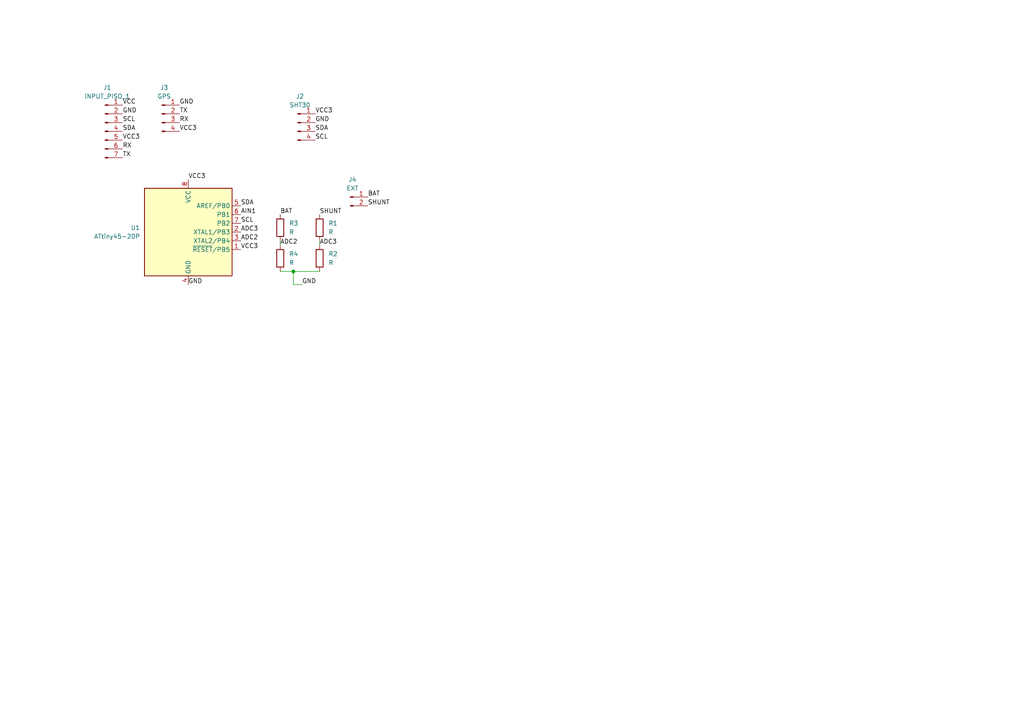
<source format=kicad_sch>
(kicad_sch (version 20230121) (generator eeschema)
  (paper "A4")
  (lib_symbols
    (symbol "Connector:Conn_01x02_Pin" (pin_names (offset 1.016) hide)
      (property "Reference" "J" (at 0 2.54 0))
      (property "Value" "Conn_01x02_Pin" (at 0 -5.08 0))
      (symbol "Conn_01x02_Pin_1_1"
        (polyline (pts (xy 1.27 -2.54) (xy 0.8636 -2.54)) (stroke (width 0.1524)))
        (polyline (pts (xy 1.27 0) (xy 0.8636 0)) (stroke (width 0.1524)))
        (rectangle (start 0.8636 -2.413) (end 0 -2.667) (stroke (width 0.1524)) (fill (type outline)))
        (rectangle (start 0.8636 0.127) (end 0 -0.127) (stroke (width 0.1524)) (fill (type outline)))
        (pin passive line (at 5.08 0 180) (length 3.81) (name "Pin_1") (number "1"))
        (pin passive line (at 5.08 -2.54 180) (length 3.81) (name "Pin_2") (number "2"))
      )
    )
    (symbol "Connector:Conn_01x04_Pin" (pin_names (offset 1.016) hide)
      (property "Reference" "J" (at 0 5.08 0))
      (property "Value" "Conn_01x04_Pin" (at 0 -7.62 0))
      (symbol "Conn_01x04_Pin_1_1"
        (polyline (pts (xy 1.27 -5.08) (xy 0.8636 -5.08)) (stroke (width 0.1524)))
        (polyline (pts (xy 1.27 -2.54) (xy 0.8636 -2.54)) (stroke (width 0.1524)))
        (polyline (pts (xy 1.27 0) (xy 0.8636 0)) (stroke (width 0.1524)))
        (polyline (pts (xy 1.27 2.54) (xy 0.8636 2.54)) (stroke (width 0.1524)))
        (rectangle (start 0.8636 -4.953) (end 0 -5.207) (stroke (width 0.1524)) (fill (type outline)))
        (rectangle (start 0.8636 -2.413) (end 0 -2.667) (stroke (width 0.1524)) (fill (type outline)))
        (rectangle (start 0.8636 0.127) (end 0 -0.127) (stroke (width 0.1524)) (fill (type outline)))
        (rectangle (start 0.8636 2.667) (end 0 2.413) (stroke (width 0.1524)) (fill (type outline)))
        (pin passive line (at 5.08 2.54 180) (length 3.81) (name "Pin_1") (number "1"))
        (pin passive line (at 5.08 0 180) (length 3.81) (name "Pin_2") (number "2"))
        (pin passive line (at 5.08 -2.54 180) (length 3.81) (name "Pin_3") (number "3"))
        (pin passive line (at 5.08 -5.08 180) (length 3.81) (name "Pin_4") (number "4"))
      )
    )
    (symbol "Connector:Conn_01x07_Pin" (pin_names (offset 1.016) hide)
      (property "Reference" "J" (at 0 10.16 0))
      (property "Value" "Conn_01x07_Pin" (at 0 -10.16 0))
      (symbol "Conn_01x07_Pin_1_1"
        (polyline (pts (xy 1.27 -7.62) (xy 0.8636 -7.62)) (stroke (width 0.1524)))
        (polyline (pts (xy 1.27 -5.08) (xy 0.8636 -5.08)) (stroke (width 0.1524)))
        (polyline (pts (xy 1.27 -2.54) (xy 0.8636 -2.54)) (stroke (width 0.1524)))
        (polyline (pts (xy 1.27 0) (xy 0.8636 0)) (stroke (width 0.1524)))
        (polyline (pts (xy 1.27 2.54) (xy 0.8636 2.54)) (stroke (width 0.1524)))
        (polyline (pts (xy 1.27 5.08) (xy 0.8636 5.08)) (stroke (width 0.1524)))
        (polyline (pts (xy 1.27 7.62) (xy 0.8636 7.62)) (stroke (width 0.1524)))
        (rectangle (start 0.8636 -7.493) (end 0 -7.747) (stroke (width 0.1524)) (fill (type outline)))
        (rectangle (start 0.8636 -4.953) (end 0 -5.207) (stroke (width 0.1524)) (fill (type outline)))
        (rectangle (start 0.8636 -2.413) (end 0 -2.667) (stroke (width 0.1524)) (fill (type outline)))
        (rectangle (start 0.8636 0.127) (end 0 -0.127) (stroke (width 0.1524)) (fill (type outline)))
        (rectangle (start 0.8636 2.667) (end 0 2.413) (stroke (width 0.1524)) (fill (type outline)))
        (rectangle (start 0.8636 5.207) (end 0 4.953) (stroke (width 0.1524)) (fill (type outline)))
        (rectangle (start 0.8636 7.747) (end 0 7.493) (stroke (width 0.1524)) (fill (type outline)))
        (pin passive line (at 5.08 7.62 180) (length 3.81) (name "Pin_1") (number "1"))
        (pin passive line (at 5.08 5.08 180) (length 3.81) (name "Pin_2") (number "2"))
        (pin passive line (at 5.08 2.54 180) (length 3.81) (name "Pin_3") (number "3"))
        (pin passive line (at 5.08 0 180) (length 3.81) (name "Pin_4") (number "4"))
        (pin passive line (at 5.08 -2.54 180) (length 3.81) (name "Pin_5") (number "5"))
        (pin passive line (at 5.08 -5.08 180) (length 3.81) (name "Pin_6") (number "6"))
        (pin passive line (at 5.08 -7.62 180) (length 3.81) (name "Pin_7") (number "7"))
      )
    )
    (symbol "Device:R" (pin_numbers hide) (pin_names (offset 0))
      (property "Reference" "R" (at 2.032 0 90))
      (property "Value" "R" (at 0 0 90))
      (symbol "R_0_1"
        (rectangle (start -1.016 -2.54) (end 1.016 2.54) (stroke (width 0.254)))
      )
      (symbol "R_1_1"
        (pin passive line (at 0 3.81 270) (length 1.27) (name "~") (number "1"))
        (pin passive line (at 0 -3.81 90) (length 1.27) (name "~") (number "2"))
      )
    )
    (symbol "MCU_Microchip_ATtiny:ATtiny45-20P"
      (property "Reference" "U" (at -12.7 13.97 0))
      (property "Value" "ATtiny45-20P" (at 2.54 -13.97 0))
      (symbol "ATtiny45-20P_0_1"
        (rectangle (start -12.7 -12.7) (end 12.7 12.7) (stroke (width 0.254)) (fill (type background)))
      )
      (symbol "ATtiny45-20P_1_1"
        (pin bidirectional line (at 15.24 -5.08 180) (length 2.54) (name "~{RESET}/PB5") (number "1"))
        (pin bidirectional line (at 15.24 0 180) (length 2.54) (name "XTAL1/PB3") (number "2"))
        (pin bidirectional line (at 15.24 -2.54 180) (length 2.54) (name "XTAL2/PB4") (number "3"))
        (pin power_in line (at 0 -15.24 90) (length 2.54) (name "GND") (number "4"))
        (pin bidirectional line (at 15.24 7.62 180) (length 2.54) (name "AREF/PB0") (number "5"))
        (pin bidirectional line (at 15.24 5.08 180) (length 2.54) (name "PB1") (number "6"))
        (pin bidirectional line (at 15.24 2.54 180) (length 2.54) (name "PB2") (number "7"))
        (pin power_in line (at 0 15.24 270) (length 2.54) (name "VCC") (number "8"))
      )
    )
  )
  (junction (at 85.09 78.74))
  (wire (pts (xy 81.28 78.74) (xy 85.09 78.74)))
  (wire (pts (xy 92.71 69.85) (xy 92.71 71.12)))
  (wire (pts (xy 81.28 69.85) (xy 81.28 71.12)))
  (wire (pts (xy 85.09 78.74) (xy 92.71 78.74)))
  (wire (pts (xy 85.09 82.55) (xy 87.63 82.55)))
  (wire (pts (xy 85.09 78.74) (xy 85.09 82.55)))
  (label "AIN1" (at 69.85 62.23 0))
  (label "ADC2" (at 81.28 71.12 0))
  (label "GND" (at 87.63 82.55 0))
  (label "VCC3" (at 54.61 52.07 0))
  (label "GND" (at 91.44 35.56 0))
  (label "VCC3" (at 35.56 40.64 0))
  (label "SDA" (at 69.85 59.69 0))
  (label "BAT" (at 81.28 62.23 0))
  (label "VCC3" (at 52.07 38.1 0))
  (label "TX" (at 35.56 45.72 0))
  (label "VCC3" (at 91.44 33.02 0))
  (label "SCL" (at 35.56 35.56 0))
  (label "RX" (at 35.56 43.18 0))
  (label "SCL" (at 91.44 40.64 0))
  (label "SHUNT" (at 106.68 59.69 0))
  (label "SDA" (at 35.56 38.1 0))
  (label "ADC2" (at 69.85 69.85 0))
  (label "BAT" (at 106.68 57.15 0))
  (label "RX" (at 52.07 35.56 0))
  (label "GND" (at 54.61 82.55 0))
  (label "TX" (at 52.07 33.02 0))
  (label "SCL" (at 69.85 64.77 0))
  (label "ADC3" (at 92.71 71.12 0))
  (label "SHUNT" (at 92.71 62.23 0))
  (label "VCC3" (at 69.85 72.39 0))
  (label "VCC" (at 35.56 30.48 0))
  (label "GND" (at 35.56 33.02 0))
  (label "SDA" (at 91.44 38.1 0))
  (label "ADC3" (at 69.85 67.31 0))
  (label "GND" (at 52.07 30.48 0))
  (symbol (lib_id "Device:R") (at 92.71 66.04 0) (unit 1)
    (property "Reference" "R1" (at 95.25 64.77 0) (effects (justify left)))
    (property "Value" "R" (at 95.25 67.31 0) (effects (justify left)))
    (property "Footprint" "Resistor_THT:R_Axial_DIN0204_L3.6mm_D1.6mm_P7.62mm_Horizontal" (effects hide))
  )
  (symbol (lib_id "Device:R") (at 81.28 74.93 0) (unit 1)
    (property "Reference" "R4" (at 83.82 73.66 0) (effects (justify left)))
    (property "Value" "R" (at 83.82 76.2 0) (effects (justify left)))
    (property "Footprint" "Resistor_THT:R_Axial_DIN0204_L3.6mm_D1.6mm_P7.62mm_Horizontal" (effects hide))
  )
  (symbol (lib_id "MCU_Microchip_ATtiny:ATtiny45-20P") (at 54.61 67.31 0) (unit 1)
    (property "Reference" "U1" (at 40.64 66.04 0) (effects (justify right)))
    (property "Value" "ATtiny45-20P" (at 40.64 68.58 0) (effects (justify right)))
    (property "Footprint" "Package_DIP:DIP-8_W7.62mm" (effects hide))
    (property "Datasheet" "http://ww1.microchip.com/downloads/en/DeviceDoc/atmel-2586-avr-8-bit-microcontroller-attiny25-attiny45-attiny85_datasheet.pdf" (effects hide))
  )
  (symbol (lib_id "Device:R") (at 81.28 66.04 0) (unit 1)
    (property "Reference" "R3" (at 83.82 64.77 0) (effects (justify left)))
    (property "Value" "R" (at 83.82 67.31 0) (effects (justify left)))
    (property "Footprint" "Resistor_THT:R_Axial_DIN0204_L3.6mm_D1.6mm_P7.62mm_Horizontal" (effects hide))
  )
  (symbol (lib_id "Connector:Conn_01x04_Pin") (at 86.36 35.56 0) (unit 1)
    (property "Reference" "J2" (at 86.995 27.94 0))
    (property "Value" "SHT30" (at 86.995 30.48 0))
    (property "Footprint" "Connector_PinHeader_2.54mm:PinHeader_1x04_P2.54mm_Vertical" (effects hide))
  )
  (symbol (lib_id "Connector:Conn_01x07_Pin") (at 30.48 38.1 0) (unit 1)
    (property "Reference" "J1" (at 31.115 25.4 0))
    (property "Value" "INPUT_PISO_1" (at 31.115 27.94 0))
    (property "Footprint" "Connector_PinHeader_2.54mm:PinHeader_1x07_P2.54mm_Vertical" (effects hide))
  )
  (symbol (lib_id "Device:R") (at 92.71 74.93 0) (unit 1)
    (property "Reference" "R2" (at 95.25 73.66 0) (effects (justify left)))
    (property "Value" "R" (at 95.25 76.2 0) (effects (justify left)))
    (property "Footprint" "Resistor_THT:R_Axial_DIN0204_L3.6mm_D1.6mm_P7.62mm_Horizontal" (effects hide))
  )
  (symbol (lib_id "Connector:Conn_01x02_Pin") (at 101.6 57.15 0) (unit 1)
    (property "Reference" "J4" (at 102.235 52.07 0))
    (property "Value" "EXT" (at 102.235 54.61 0))
    (property "Footprint" "Connector_PinHeader_2.54mm:PinHeader_1x02_P2.54mm_Vertical" (effects hide))
  )
  (symbol (lib_id "Connector:Conn_01x04_Pin") (at 46.99 33.02 0) (unit 1)
    (property "Reference" "J3" (at 47.625 25.4 0))
    (property "Value" "GPS" (at 47.625 27.94 0))
    (property "Footprint" "Connector_PinHeader_2.54mm:PinHeader_1x04_P2.54mm_Vertical" (effects hide))
  )
)
</source>
